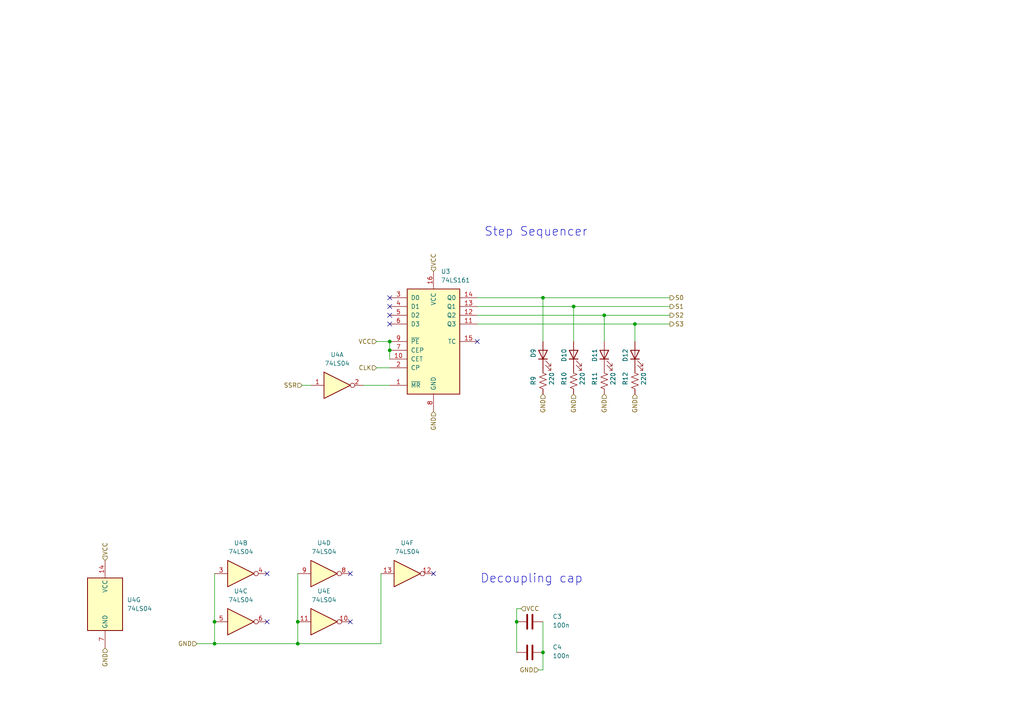
<source format=kicad_sch>
(kicad_sch (version 20250114) (generator "eeschema") (generator_version "9.0")
  (paper "A4")
  (lib_symbols
    (symbol "74xx:74LS04"
      (property "Reference" "U" (at 0 1.27 0))
      (property "Value" "74LS04" (at 0 -1.27 0))
      (symbol "74LS04_1_0"
        (polyline (pts (xy -3.81 3.81) (xy -3.81 -3.81) (xy 3.81 0) (xy -3.81 3.81)) (stroke (width 0.254)) (fill (type background)))
        (pin input line (at -7.62 0 0) (length 3.81) (name "~") (number "1"))
        (pin output inverted (at 7.62 0 180) (length 3.81) (name "~") (number "2"))
      )
      (symbol "74LS04_2_0"
        (polyline (pts (xy -3.81 3.81) (xy -3.81 -3.81) (xy 3.81 0) (xy -3.81 3.81)) (stroke (width 0.254)) (fill (type background)))
        (pin input line (at -7.62 0 0) (length 3.81) (name "~") (number "3"))
        (pin output inverted (at 7.62 0 180) (length 3.81) (name "~") (number "4"))
      )
      (symbol "74LS04_3_0"
        (polyline (pts (xy -3.81 3.81) (xy -3.81 -3.81) (xy 3.81 0) (xy -3.81 3.81)) (stroke (width 0.254)) (fill (type background)))
        (pin input line (at -7.62 0 0) (length 3.81) (name "~") (number "5"))
        (pin output inverted (at 7.62 0 180) (length 3.81) (name "~") (number "6"))
      )
      (symbol "74LS04_4_0"
        (polyline (pts (xy -3.81 3.81) (xy -3.81 -3.81) (xy 3.81 0) (xy -3.81 3.81)) (stroke (width 0.254)) (fill (type background)))
        (pin input line (at -7.62 0 0) (length 3.81) (name "~") (number "9"))
        (pin output inverted (at 7.62 0 180) (length 3.81) (name "~") (number "8"))
      )
      (symbol "74LS04_5_0"
        (polyline (pts (xy -3.81 3.81) (xy -3.81 -3.81) (xy 3.81 0) (xy -3.81 3.81)) (stroke (width 0.254)) (fill (type background)))
        (pin input line (at -7.62 0 0) (length 3.81) (name "~") (number "11"))
        (pin output inverted (at 7.62 0 180) (length 3.81) (name "~") (number "10"))
      )
      (symbol "74LS04_6_0"
        (polyline (pts (xy -3.81 3.81) (xy -3.81 -3.81) (xy 3.81 0) (xy -3.81 3.81)) (stroke (width 0.254)) (fill (type background)))
        (pin input line (at -7.62 0 0) (length 3.81) (name "~") (number "13"))
        (pin output inverted (at 7.62 0 180) (length 3.81) (name "~") (number "12"))
      )
      (symbol "74LS04_7_0"
        (pin power_in line (at 0 12.7 270) (length 5.08) (name "VCC") (number "14"))
        (pin power_in line (at 0 -12.7 90) (length 5.08) (name "GND") (number "7"))
      )
      (symbol "74LS04_7_1"
        (rectangle (start -5.08 7.62) (end 5.08 -7.62) (stroke (width 0.254)) (fill (type background)))
      )
    )
    (symbol "74xx:74LS161" (pin_names (offset 1.016))
      (property "Reference" "U" (at -7.62 16.51 0))
      (property "Value" "74LS161" (at -7.62 -16.51 0))
      (symbol "74LS161_1_0"
        (pin input line (at -12.7 12.7 0) (length 5.08) (name "D0") (number "3"))
        (pin input line (at -12.7 10.16 0) (length 5.08) (name "D1") (number "4"))
        (pin input line (at -12.7 7.62 0) (length 5.08) (name "D2") (number "5"))
        (pin input line (at -12.7 5.08 0) (length 5.08) (name "D3") (number "6"))
        (pin input line (at -12.7 0 0) (length 5.08) (name "~{PE}") (number "9"))
        (pin input line (at -12.7 -2.54 0) (length 5.08) (name "CEP") (number "7"))
        (pin input line (at -12.7 -5.08 0) (length 5.08) (name "CET") (number "10"))
        (pin input line (at -12.7 -7.62 0) (length 5.08) (name "CP") (number "2"))
        (pin input line (at -12.7 -12.7 0) (length 5.08) (name "~{MR}") (number "1"))
        (pin power_in line (at 0 20.32 270) (length 5.08) (name "VCC") (number "16"))
        (pin power_in line (at 0 -20.32 90) (length 5.08) (name "GND") (number "8"))
        (pin output line (at 12.7 12.7 180) (length 5.08) (name "Q0") (number "14"))
        (pin output line (at 12.7 10.16 180) (length 5.08) (name "Q1") (number "13"))
        (pin output line (at 12.7 7.62 180) (length 5.08) (name "Q2") (number "12"))
        (pin output line (at 12.7 5.08 180) (length 5.08) (name "Q3") (number "11"))
        (pin output line (at 12.7 0 180) (length 5.08) (name "TC") (number "15"))
      )
      (symbol "74LS161_1_1"
        (rectangle (start -7.62 15.24) (end 7.62 -15.24) (stroke (width 0.254)) (fill (type background)))
      )
    )
    (symbol "Device:C" (pin_numbers (hide yes)) (pin_names (offset 0.254))
      (property "Reference" "C" (at 0.635 2.54 0))
      (property "Value" "C" (at 0.635 -2.54 0))
      (symbol "C_0_1"
        (polyline (pts (xy -2.032 0.762) (xy 2.032 0.762)) (stroke (width 0.508)))
        (polyline (pts (xy -2.032 -0.762) (xy 2.032 -0.762)) (stroke (width 0.508)))
      )
      (symbol "C_1_1"
        (pin passive line (at 0 3.81 270) (length 2.794) (name "~") (number "1"))
        (pin passive line (at 0 -3.81 90) (length 2.794) (name "~") (number "2"))
      )
    )
    (symbol "Device:LED" (pin_numbers (hide yes)) (pin_names (offset 1.016) (hide yes))
      (property "Reference" "D" (at 0 2.54 0))
      (property "Value" "LED" (at 0 -2.54 0))
      (symbol "LED_0_1"
        (polyline (pts (xy -3.048 -0.762) (xy -4.572 -2.286) (xy -3.81 -2.286) (xy -4.572 -2.286) (xy -4.572 -1.524)))
        (polyline (pts (xy -1.778 -0.762) (xy -3.302 -2.286) (xy -2.54 -2.286) (xy -3.302 -2.286) (xy -3.302 -1.524)))
        (polyline (pts (xy -1.27 0) (xy 1.27 0)))
        (polyline (pts (xy -1.27 -1.27) (xy -1.27 1.27)) (stroke (width 0.254)))
        (polyline (pts (xy 1.27 -1.27) (xy 1.27 1.27) (xy -1.27 0) (xy 1.27 -1.27)) (stroke (width 0.254)))
      )
      (symbol "LED_1_1"
        (pin passive line (at -3.81 0 0) (length 2.54) (name "K") (number "1"))
        (pin passive line (at 3.81 0 180) (length 2.54) (name "A") (number "2"))
      )
    )
    (symbol "Device:R_US" (pin_numbers (hide yes)) (pin_names (offset 0))
      (property "Reference" "R" (at 2.54 0 90))
      (property "Value" "R_US" (at -2.54 0 90))
      (symbol "R_US_0_1"
        (polyline (pts (xy 0 2.286) (xy 0 2.54)))
        (polyline (pts (xy 0 2.286) (xy 1.016 1.905) (xy 0 1.524) (xy -1.016 1.143) (xy 0 0.762)))
        (polyline (pts (xy 0 0.762) (xy 1.016 0.381) (xy 0 0) (xy -1.016 -0.381) (xy 0 -0.762)))
        (polyline (pts (xy 0 -0.762) (xy 1.016 -1.143) (xy 0 -1.524) (xy -1.016 -1.905) (xy 0 -2.286)))
        (polyline (pts (xy 0 -2.286) (xy 0 -2.54)))
      )
      (symbol "R_US_1_1"
        (pin passive line (at 0 3.81 270) (length 1.27) (name "~") (number "1"))
        (pin passive line (at 0 -3.81 90) (length 1.27) (name "~") (number "2"))
      )
    )
  )
  (text "Step Sequencer" (at 155.448 67.31 0) (effects (font (size 2.54 2.54))))
  (text "Decoupling cap" (at 154.178 167.894 0) (effects (font (size 2.54 2.54))))
  (junction (at 157.48 86.36))
  (junction (at 86.36 186.69))
  (junction (at 62.23 180.34))
  (junction (at 62.23 186.69))
  (junction (at 157.48 189.23))
  (junction (at 175.26 91.44))
  (junction (at 184.15 93.98))
  (junction (at 166.37 88.9))
  (junction (at 149.86 180.34))
  (junction (at 113.03 99.06))
  (junction (at 113.03 101.6))
  (junction (at 86.36 180.34))
  (no_connect (at 113.03 91.44))
  (no_connect (at 113.03 86.36))
  (no_connect (at 101.6 180.34))
  (no_connect (at 77.47 166.37))
  (no_connect (at 101.6 166.37))
  (no_connect (at 113.03 88.9))
  (no_connect (at 77.47 180.34))
  (no_connect (at 125.73 166.37))
  (no_connect (at 113.03 93.98))
  (no_connect (at 138.43 99.06))
  (wire (pts (xy 138.43 91.44) (xy 175.26 91.44)))
  (wire (pts (xy 110.49 186.69) (xy 86.36 186.69)))
  (wire (pts (xy 57.15 186.69) (xy 62.23 186.69)))
  (wire (pts (xy 157.48 86.36) (xy 157.48 99.06)))
  (wire (pts (xy 113.03 99.06) (xy 113.03 101.6)))
  (wire (pts (xy 166.37 88.9) (xy 194.31 88.9)))
  (wire (pts (xy 87.63 111.76) (xy 90.17 111.76)))
  (wire (pts (xy 184.15 93.98) (xy 184.15 99.06)))
  (wire (pts (xy 62.23 186.69) (xy 62.23 180.34)))
  (wire (pts (xy 105.41 111.76) (xy 113.03 111.76)))
  (wire (pts (xy 149.86 180.34) (xy 149.86 189.23)))
  (wire (pts (xy 184.15 93.98) (xy 194.31 93.98)))
  (wire (pts (xy 156.21 194.31) (xy 157.48 194.31)))
  (wire (pts (xy 113.03 101.6) (xy 113.03 104.14)))
  (wire (pts (xy 166.37 88.9) (xy 166.37 99.06)))
  (wire (pts (xy 86.36 186.69) (xy 86.36 180.34)))
  (wire (pts (xy 157.48 180.34) (xy 157.48 189.23)))
  (wire (pts (xy 86.36 186.69) (xy 62.23 186.69)))
  (wire (pts (xy 109.22 99.06) (xy 113.03 99.06)))
  (wire (pts (xy 175.26 91.44) (xy 175.26 99.06)))
  (wire (pts (xy 175.26 91.44) (xy 194.31 91.44)))
  (wire (pts (xy 157.48 189.23) (xy 157.48 194.31)))
  (wire (pts (xy 149.86 176.53) (xy 149.86 180.34)))
  (wire (pts (xy 151.13 176.53) (xy 149.86 176.53)))
  (wire (pts (xy 138.43 86.36) (xy 157.48 86.36)))
  (wire (pts (xy 86.36 166.37) (xy 86.36 180.34)))
  (wire (pts (xy 138.43 93.98) (xy 184.15 93.98)))
  (wire (pts (xy 62.23 166.37) (xy 62.23 180.34)))
  (wire (pts (xy 110.49 166.37) (xy 110.49 186.69)))
  (wire (pts (xy 157.48 86.36) (xy 194.31 86.36)))
  (wire (pts (xy 138.43 88.9) (xy 166.37 88.9)))
  (wire (pts (xy 109.22 106.68) (xy 113.03 106.68)))
  (hierarchical_label "VCC" (shape input) (at 151.13 176.53 0))
  (hierarchical_label "VCC" (shape input) (at 109.22 99.06 180))
  (hierarchical_label "S3" (shape output) (at 194.31 93.98 0))
  (hierarchical_label "VCC" (shape input) (at 30.48 162.56 90))
  (hierarchical_label "SSR" (shape input) (at 87.63 111.76 180))
  (hierarchical_label "GND" (shape input) (at 184.15 114.3 270))
  (hierarchical_label "CLK" (shape input) (at 109.22 106.68 180))
  (hierarchical_label "GND" (shape input) (at 175.26 114.3 270))
  (hierarchical_label "GND" (shape input) (at 57.15 186.69 180))
  (hierarchical_label "S2" (shape output) (at 194.31 91.44 0))
  (hierarchical_label "GND" (shape input) (at 157.48 114.3 270))
  (hierarchical_label "S1" (shape output) (at 194.31 88.9 0))
  (hierarchical_label "GND" (shape input) (at 156.21 194.31 180))
  (hierarchical_label "S0" (shape output) (at 194.31 86.36 0))
  (hierarchical_label "GND" (shape input) (at 125.73 119.38 270))
  (hierarchical_label "GND" (shape input) (at 30.48 187.96 270))
  (hierarchical_label "GND" (shape input) (at 166.37 114.3 270))
  (hierarchical_label "VCC" (shape input) (at 125.73 78.74 90))
  (symbol (lib_id "74xx:74LS04") (at 93.98 166.37 0) (unit 4)
    (property "Reference" "U4" (at 93.98 157.48 0))
    (property "Value" "74LS04" (at 93.98 160.02 0))
    (property "Footprint" "Package_DIP:DIP-14_W7.62mm" (effects (hide yes)))
    (property "Datasheet" "http://www.ti.com/lit/gpn/sn74LS04" (effects (hide yes)))
    (property "Description" "Hex Inverter" (effects (hide yes)))
  )
  (symbol (lib_id "74xx:74LS04") (at 118.11 166.37 0) (unit 6)
    (property "Reference" "U4" (at 118.11 157.48 0))
    (property "Value" "74LS04" (at 118.11 160.02 0))
    (property "Footprint" "Package_DIP:DIP-14_W7.62mm" (effects (hide yes)))
    (property "Datasheet" "http://www.ti.com/lit/gpn/sn74LS04" (effects (hide yes)))
    (property "Description" "Hex Inverter" (effects (hide yes)))
  )
  (symbol (lib_id "74xx:74LS161") (at 125.73 99.06 0) (unit 1)
    (property "Reference" "U3" (at 127.8733 78.74 0) (effects (justify left)))
    (property "Value" "74LS161" (at 127.8733 81.28 0) (effects (justify left)))
    (property "Footprint" "Package_DIP:DIP-16_W7.62mm" (effects (hide yes)))
    (property "Datasheet" "http://www.ti.com/lit/gpn/sn74LS161" (effects (hide yes)))
    (property "Description" "Synchronous 4-bit programmable binary Counter" (effects (hide yes)))
  )
  (symbol (lib_id "Device:R_US") (at 175.26 110.49 0) (unit 1)
    (property "Reference" "R11" (at 172.466 111.76 90) (effects (justify left)))
    (property "Value" "220" (at 177.8 111.7599 90) (effects (justify left)))
    (property "Footprint" "Resistor_THT:R_Axial_DIN0207_L6.3mm_D2.5mm_P10.16mm_Horizontal" (effects (hide yes)))
    (property "Description" "Resistor, US symbol" (effects (hide yes)))
  )
  (symbol (lib_id "Device:R_US") (at 157.48 110.49 0) (unit 1)
    (property "Reference" "R9" (at 154.686 111.76 90) (effects (justify left)))
    (property "Value" "220" (at 160.02 111.7599 90) (effects (justify left)))
    (property "Footprint" "Resistor_THT:R_Axial_DIN0207_L6.3mm_D2.5mm_P10.16mm_Horizontal" (effects (hide yes)))
    (property "Description" "Resistor, US symbol" (effects (hide yes)))
  )
  (symbol (lib_id "Device:LED") (at 166.37 102.87 90) (unit 1)
    (property "Reference" "D10" (at 163.576 101.092 0) (effects (justify right)))
    (property "Value" "BLU" (effects (hide yes)))
    (property "Footprint" "LED_THT:LED_D3.0mm" (effects (hide yes)))
    (property "Description" "Light emitting diode" (effects (hide yes)))
    (property "Sim.Pins" "1=K 2=A" (effects (hide yes)))
  )
  (symbol (lib_id "Device:R_US") (at 184.15 110.49 0) (unit 1)
    (property "Reference" "R12" (at 181.356 111.76 90) (effects (justify left)))
    (property "Value" "220" (at 186.69 111.7599 90) (effects (justify left)))
    (property "Footprint" "Resistor_THT:R_Axial_DIN0207_L6.3mm_D2.5mm_P10.16mm_Horizontal" (effects (hide yes)))
    (property "Description" "Resistor, US symbol" (effects (hide yes)))
  )
  (symbol (lib_id "Device:C") (at 153.67 180.34 90) (unit 1)
    (property "Reference" "C3" (at 160.274 178.816 90) (effects (justify right)))
    (property "Value" "100n" (at 160.274 181.356 90) (effects (justify right)))
    (property "Footprint" "Capacitor_THT:C_Disc_D3.0mm_W1.6mm_P2.50mm" (effects (hide yes)))
    (property "Description" "Unpolarized capacitor" (effects (hide yes)))
  )
  (symbol (lib_id "Device:LED") (at 184.15 102.87 90) (unit 1)
    (property "Reference" "D12" (at 181.356 101.092 0) (effects (justify right)))
    (property "Value" "BLU" (effects (hide yes)))
    (property "Footprint" "LED_THT:LED_D3.0mm" (effects (hide yes)))
    (property "Description" "Light emitting diode" (effects (hide yes)))
    (property "Sim.Pins" "1=K 2=A" (effects (hide yes)))
  )
  (symbol (lib_id "74xx:74LS04") (at 69.85 166.37 0) (unit 2)
    (property "Reference" "U4" (at 69.85 157.48 0))
    (property "Value" "74LS04" (at 69.85 160.02 0))
    (property "Footprint" "Package_DIP:DIP-14_W7.62mm" (effects (hide yes)))
    (property "Datasheet" "http://www.ti.com/lit/gpn/sn74LS04" (effects (hide yes)))
    (property "Description" "Hex Inverter" (effects (hide yes)))
  )
  (symbol (lib_id "74xx:74LS04") (at 97.79 111.76 0) (unit 1)
    (property "Reference" "U4" (at 97.79 102.87 0))
    (property "Value" "74LS04" (at 97.79 105.41 0))
    (property "Footprint" "Package_DIP:DIP-14_W7.62mm" (effects (hide yes)))
    (property "Datasheet" "http://www.ti.com/lit/gpn/sn74LS04" (effects (hide yes)))
    (property "Description" "Hex Inverter" (effects (hide yes)))
  )
  (symbol (lib_id "Device:LED") (at 175.26 102.87 90) (unit 1)
    (property "Reference" "D11" (at 172.466 101.092 0) (effects (justify right)))
    (property "Value" "BLU" (effects (hide yes)))
    (property "Footprint" "LED_THT:LED_D3.0mm" (effects (hide yes)))
    (property "Description" "Light emitting diode" (effects (hide yes)))
    (property "Sim.Pins" "1=K 2=A" (effects (hide yes)))
  )
  (symbol (lib_id "Device:C") (at 153.67 189.23 90) (unit 1)
    (property "Reference" "C4" (at 160.274 187.706 90) (effects (justify right)))
    (property "Value" "100n" (at 160.274 190.246 90) (effects (justify right)))
    (property "Footprint" "Capacitor_THT:C_Disc_D3.0mm_W1.6mm_P2.50mm" (effects (hide yes)))
    (property "Description" "Unpolarized capacitor" (effects (hide yes)))
  )
  (symbol (lib_id "74xx:74LS04") (at 69.85 180.34 0) (unit 3)
    (property "Reference" "U4" (at 69.85 171.45 0))
    (property "Value" "74LS04" (at 69.85 173.99 0))
    (property "Footprint" "Package_DIP:DIP-14_W7.62mm" (effects (hide yes)))
    (property "Datasheet" "http://www.ti.com/lit/gpn/sn74LS04" (effects (hide yes)))
    (property "Description" "Hex Inverter" (effects (hide yes)))
  )
  (symbol (lib_id "Device:R_US") (at 166.37 110.49 0) (unit 1)
    (property "Reference" "R10" (at 163.576 111.76 90) (effects (justify left)))
    (property "Value" "220" (at 168.91 111.7599 90) (effects (justify left)))
    (property "Footprint" "Resistor_THT:R_Axial_DIN0207_L6.3mm_D2.5mm_P10.16mm_Horizontal" (effects (hide yes)))
    (property "Description" "Resistor, US symbol" (effects (hide yes)))
  )
  (symbol (lib_id "Device:LED") (at 157.48 102.87 90) (unit 1)
    (property "Reference" "D9" (at 154.686 101.092 0) (effects (justify right)))
    (property "Value" "BLU" (effects (hide yes)))
    (property "Footprint" "LED_THT:LED_D3.0mm" (effects (hide yes)))
    (property "Description" "Light emitting diode" (effects (hide yes)))
    (property "Sim.Pins" "1=K 2=A" (effects (hide yes)))
  )
  (symbol (lib_id "74xx:74LS04") (at 93.98 180.34 0) (unit 5)
    (property "Reference" "U4" (at 93.98 171.45 0))
    (property "Value" "74LS04" (at 93.98 173.99 0))
    (property "Footprint" "Package_DIP:DIP-14_W7.62mm" (effects (hide yes)))
    (property "Datasheet" "http://www.ti.com/lit/gpn/sn74LS04" (effects (hide yes)))
    (property "Description" "Hex Inverter" (effects (hide yes)))
  )
  (symbol (lib_id "74xx:74LS04") (at 30.48 175.26 0) (unit 7)
    (property "Reference" "U4" (at 36.83 173.9899 0) (effects (justify left)))
    (property "Value" "74LS04" (at 36.83 176.5299 0) (effects (justify left)))
    (property "Footprint" "Package_DIP:DIP-14_W7.62mm" (effects (hide yes)))
    (property "Datasheet" "http://www.ti.com/lit/gpn/sn74LS04" (effects (hide yes)))
    (property "Description" "Hex Inverter" (effects (hide yes)))
  )
)
</source>
